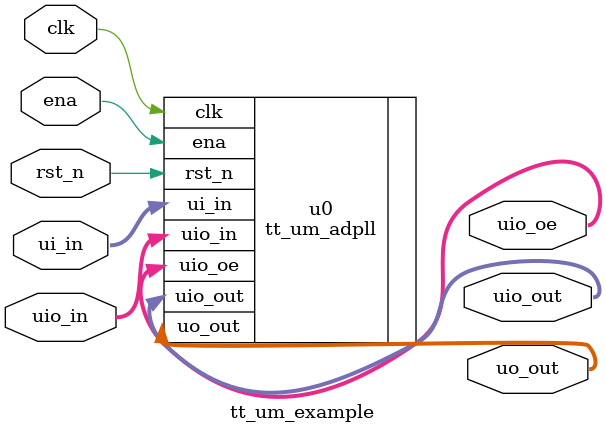
<source format=v>
/*
 * Copyright (c) 2024 Your Name
 * SPDX-License-Identifier: Apache-2.0
 */

`default_nettype none

module tt_um_example (
    input  wire [7:0] ui_in,    // Dedicated inputs
    output wire [7:0] uo_out,   // Dedicated outputs
    input  wire [7:0] uio_in,   // IOs: Input path
    output wire [7:0] uio_out,  // IOs: Output path
    output wire [7:0] uio_oe,   // IOs: Enable path (active high: 0=input, 1=output)
    input  wire       ena,      // always 1 when the design is powered, so you can ignore it
    input  wire       clk,      // clock
    input  wire       rst_n     // reset_n - low to reset
);

    tt_um_adpll u0(.ui_in(ui_in), .uo_out(uo_out), .uio_in(uio_in), .uio_out(uio_out), .uio_oe(uio_oe), .ena(ena), .clk(clk), .rst_n(rst_n));

endmodule

</source>
